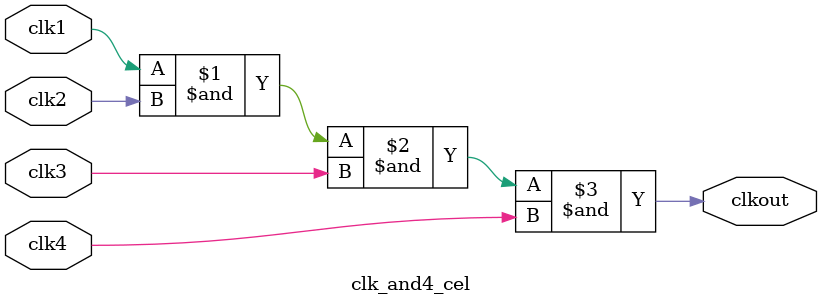
<source format=v>
module clk_and4_cel(	// file.cleaned.mlir:2:3
  input  clk1,	// file.cleaned.mlir:2:30
         clk2,	// file.cleaned.mlir:2:45
         clk3,	// file.cleaned.mlir:2:60
         clk4,	// file.cleaned.mlir:2:75
  output clkout	// file.cleaned.mlir:2:91
);

  assign clkout = clk1 & clk2 & clk3 & clk4;	// file.cleaned.mlir:3:10, :4:5
endmodule


</source>
